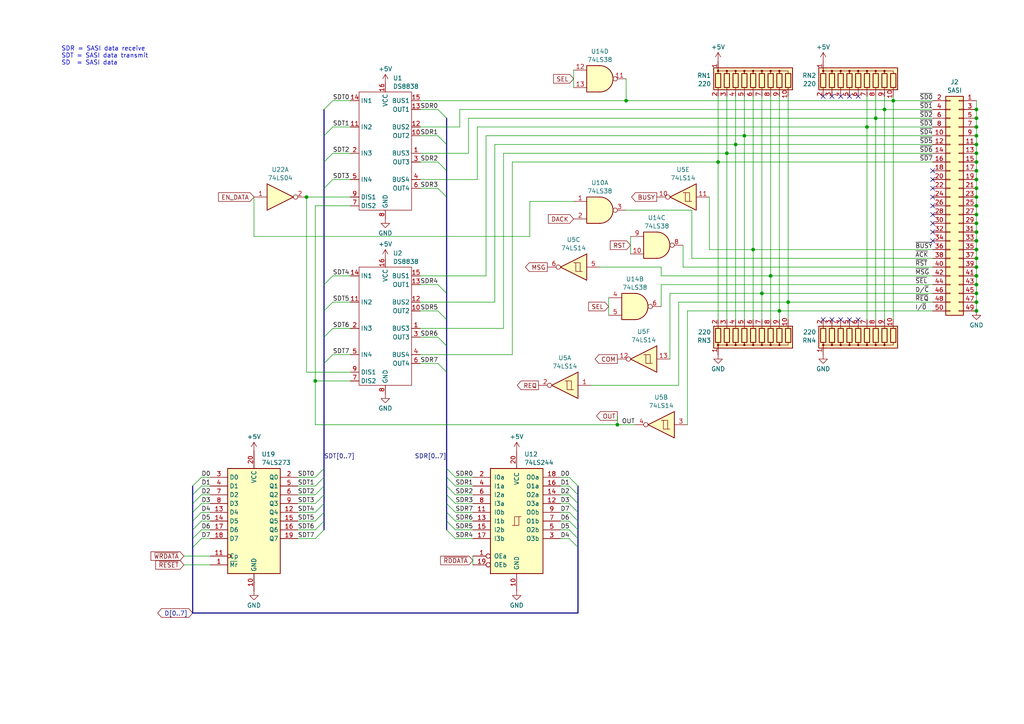
<source format=kicad_sch>
(kicad_sch (version 20230121) (generator eeschema)
  (paper "A4")
  (title_block (title "Iskra Delta Partner SASI Adapter 046 700 134") (date "2023-08-23") (rev "1") (company "Jernej Jakob <jernej.jakob@gmail.com>") (comment 1 "reverse engineered by hand"))
  (lib_symbols
    (symbol "74xx:74LS04"
      (property "Reference" "U" (at 0 1.27 0))
      (property "Value" "74LS04" (at 0 -1.27 0))
      (symbol "74LS04_1_0"
        (pin input line (at -7.62 0 0) (length 3.81) (name "~") (number "1"))
        (pin output inverted (at 7.62 0 180) (length 3.81) (name "~") (number "2"))
      )
      (symbol "74LS04_2_0"
        (pin input line (at -7.62 0 0) (length 3.81) (name "~") (number "3"))
        (pin output inverted (at 7.62 0 180) (length 3.81) (name "~") (number "4"))
      )
      (symbol "74LS04_3_0"
        (pin input line (at -7.62 0 0) (length 3.81) (name "~") (number "5"))
        (pin output inverted (at 7.62 0 180) (length 3.81) (name "~") (number "6"))
      )
      (symbol "74LS04_4_0"
        (pin output inverted (at 7.62 0 180) (length 3.81) (name "~") (number "8"))
        (pin input line (at -7.62 0 0) (length 3.81) (name "~") (number "9"))
      )
      (symbol "74LS04_5_0"
        (pin output inverted (at 7.62 0 180) (length 3.81) (name "~") (number "10"))
        (pin input line (at -7.62 0 0) (length 3.81) (name "~") (number "11"))
      )
      (symbol "74LS04_6_0"
        (pin output inverted (at 7.62 0 180) (length 3.81) (name "~") (number "12"))
        (pin input line (at -7.62 0 0) (length 3.81) (name "~") (number "13"))
      )
      (symbol "74LS04_7_0"
        (pin power_in line (at 0 12.7 270) (length 5.08) (name "VCC") (number "14"))
        (pin power_in line (at 0 -12.7 90) (length 5.08) (name "GND") (number "7"))
      )
    )
    (symbol "74xx:74LS14" (pin_names (offset 1.016))
      (property "Reference" "U" (at 0 1.27 0))
      (property "Value" "74LS14" (at 0 -1.27 0))
      (symbol "74LS14_1_0"
        (pin input line (at -7.62 0 0) (length 3.81) (name "~") (number "1"))
        (pin output inverted (at 7.62 0 180) (length 3.81) (name "~") (number "2"))
      )
      (symbol "74LS14_2_0"
        (pin input line (at -7.62 0 0) (length 3.81) (name "~") (number "3"))
        (pin output inverted (at 7.62 0 180) (length 3.81) (name "~") (number "4"))
      )
      (symbol "74LS14_3_0"
        (pin input line (at -7.62 0 0) (length 3.81) (name "~") (number "5"))
        (pin output inverted (at 7.62 0 180) (length 3.81) (name "~") (number "6"))
      )
      (symbol "74LS14_4_0"
        (pin output inverted (at 7.62 0 180) (length 3.81) (name "~") (number "8"))
        (pin input line (at -7.62 0 0) (length 3.81) (name "~") (number "9"))
      )
      (symbol "74LS14_5_0"
        (pin output inverted (at 7.62 0 180) (length 3.81) (name "~") (number "10"))
        (pin input line (at -7.62 0 0) (length 3.81) (name "~") (number "11"))
      )
      (symbol "74LS14_6_0"
        (pin output inverted (at 7.62 0 180) (length 3.81) (name "~") (number "12"))
        (pin input line (at -7.62 0 0) (length 3.81) (name "~") (number "13"))
      )
      (symbol "74LS14_7_0"
        (pin power_in line (at 0 12.7 270) (length 5.08) (name "VCC") (number "14"))
        (pin power_in line (at 0 -12.7 90) (length 5.08) (name "GND") (number "7"))
      )
    )
    (symbol "74xx:74LS244" (pin_names (offset 1.016))
      (property "Reference" "U" (at -7.62 16.51 0))
      (property "Value" "74LS244" (at -7.62 -16.51 0))
      (symbol "74LS244_1_0"
        (pin input inverted (at -12.7 -10.16 0) (length 5.08) (name "OEa") (number "1"))
        (pin power_in line (at 0 -20.32 90) (length 5.08) (name "GND") (number "10"))
        (pin input line (at -12.7 2.54 0) (length 5.08) (name "I0b") (number "11"))
        (pin tri_state line (at 12.7 5.08 180) (length 5.08) (name "O3a") (number "12"))
        (pin input line (at -12.7 0 0) (length 5.08) (name "I1b") (number "13"))
        (pin tri_state line (at 12.7 7.62 180) (length 5.08) (name "O2a") (number "14"))
        (pin input line (at -12.7 -2.54 0) (length 5.08) (name "I2b") (number "15"))
        (pin tri_state line (at 12.7 10.16 180) (length 5.08) (name "O1a") (number "16"))
        (pin input line (at -12.7 -5.08 0) (length 5.08) (name "I3b") (number "17"))
        (pin tri_state line (at 12.7 12.7 180) (length 5.08) (name "O0a") (number "18"))
        (pin input inverted (at -12.7 -12.7 0) (length 5.08) (name "OEb") (number "19"))
        (pin input line (at -12.7 12.7 0) (length 5.08) (name "I0a") (number "2"))
        (pin power_in line (at 0 20.32 270) (length 5.08) (name "VCC") (number "20"))
        (pin tri_state line (at 12.7 -5.08 180) (length 5.08) (name "O3b") (number "3"))
        (pin input line (at -12.7 10.16 0) (length 5.08) (name "I1a") (number "4"))
        (pin tri_state line (at 12.7 -2.54 180) (length 5.08) (name "O2b") (number "5"))
        (pin input line (at -12.7 7.62 0) (length 5.08) (name "I2a") (number "6"))
        (pin tri_state line (at 12.7 0 180) (length 5.08) (name "O1b") (number "7"))
        (pin input line (at -12.7 5.08 0) (length 5.08) (name "I3a") (number "8"))
        (pin tri_state line (at 12.7 2.54 180) (length 5.08) (name "O0b") (number "9"))
      )
    )
    (symbol "74xx:74LS273"
      (property "Reference" "U" (at -7.62 16.51 0))
      (property "Value" "74LS273" (at -7.62 -16.51 0))
      (symbol "74LS273_1_0"
        (pin input line (at -12.7 -12.7 0) (length 5.08) (name "~{Mr}") (number "1"))
        (pin power_in line (at 0 -20.32 90) (length 5.08) (name "GND") (number "10"))
        (pin input clock (at -12.7 -10.16 0) (length 5.08) (name "Cp") (number "11"))
        (pin output line (at 12.7 2.54 180) (length 5.08) (name "Q4") (number "12"))
        (pin input line (at -12.7 2.54 0) (length 5.08) (name "D4") (number "13"))
        (pin input line (at -12.7 0 0) (length 5.08) (name "D5") (number "14"))
        (pin output line (at 12.7 0 180) (length 5.08) (name "Q5") (number "15"))
        (pin output line (at 12.7 -2.54 180) (length 5.08) (name "Q6") (number "16"))
        (pin input line (at -12.7 -2.54 0) (length 5.08) (name "D6") (number "17"))
        (pin input line (at -12.7 -5.08 0) (length 5.08) (name "D7") (number "18"))
        (pin output line (at 12.7 -5.08 180) (length 5.08) (name "Q7") (number "19"))
        (pin output line (at 12.7 12.7 180) (length 5.08) (name "Q0") (number "2"))
        (pin power_in line (at 0 20.32 270) (length 5.08) (name "VCC") (number "20"))
        (pin input line (at -12.7 12.7 0) (length 5.08) (name "D0") (number "3"))
        (pin input line (at -12.7 10.16 0) (length 5.08) (name "D1") (number "4"))
        (pin output line (at 12.7 10.16 180) (length 5.08) (name "Q1") (number "5"))
        (pin output line (at 12.7 7.62 180) (length 5.08) (name "Q2") (number "6"))
        (pin input line (at -12.7 7.62 0) (length 5.08) (name "D2") (number "7"))
        (pin input line (at -12.7 5.08 0) (length 5.08) (name "D3") (number "8"))
        (pin output line (at 12.7 5.08 180) (length 5.08) (name "Q3") (number "9"))
      )
    )
    (symbol "74xx:74LS38" (pin_names (offset 1.016))
      (property "Reference" "U" (at 0 1.27 0))
      (property "Value" "74LS38" (at 0 -1.27 0))
      (symbol "74LS38_1_1"
        (pin input line (at -7.62 2.54 0) (length 3.81) (name "~") (number "1"))
        (pin input line (at -7.62 -2.54 0) (length 3.81) (name "~") (number "2"))
        (pin open_collector inverted (at 7.62 0 180) (length 3.81) (name "~") (number "3"))
      )
      (symbol "74LS38_1_2"
        (pin input inverted (at -7.62 2.54 0) (length 4.318) (name "~") (number "1"))
        (pin input inverted (at -7.62 -2.54 0) (length 4.318) (name "~") (number "2"))
        (pin open_collector line (at 7.62 0 180) (length 3.81) (name "~") (number "3"))
      )
      (symbol "74LS38_2_1"
        (pin input line (at -7.62 2.54 0) (length 3.81) (name "~") (number "4"))
        (pin input line (at -7.62 -2.54 0) (length 3.81) (name "~") (number "5"))
        (pin open_collector inverted (at 7.62 0 180) (length 3.81) (name "~") (number "6"))
      )
      (symbol "74LS38_2_2"
        (pin input inverted (at -7.62 2.54 0) (length 4.318) (name "~") (number "4"))
        (pin input inverted (at -7.62 -2.54 0) (length 4.318) (name "~") (number "5"))
        (pin open_collector line (at 7.62 0 180) (length 3.81) (name "~") (number "6"))
      )
      (symbol "74LS38_3_1"
        (pin input line (at -7.62 -2.54 0) (length 3.81) (name "~") (number "10"))
        (pin open_collector inverted (at 7.62 0 180) (length 3.81) (name "~") (number "8"))
        (pin input line (at -7.62 2.54 0) (length 3.81) (name "~") (number "9"))
      )
      (symbol "74LS38_3_2"
        (pin input inverted (at -7.62 -2.54 0) (length 4.318) (name "~") (number "10"))
        (pin open_collector line (at 7.62 0 180) (length 3.81) (name "~") (number "8"))
        (pin input inverted (at -7.62 2.54 0) (length 4.318) (name "~") (number "9"))
      )
      (symbol "74LS38_4_1"
        (pin open_collector inverted (at 7.62 0 180) (length 3.81) (name "~") (number "11"))
        (pin input line (at -7.62 2.54 0) (length 3.81) (name "~") (number "12"))
        (pin input line (at -7.62 -2.54 0) (length 3.81) (name "~") (number "13"))
      )
      (symbol "74LS38_4_2"
        (pin open_collector line (at 7.62 0 180) (length 3.81) (name "~") (number "11"))
        (pin input inverted (at -7.62 2.54 0) (length 4.318) (name "~") (number "12"))
        (pin input inverted (at -7.62 -2.54 0) (length 4.318) (name "~") (number "13"))
      )
      (symbol "74LS38_5_0"
        (pin power_in line (at 0 12.7 270) (length 5.08) (name "VCC") (number "14"))
        (pin power_in line (at 0 -12.7 90) (length 5.08) (name "GND") (number "7"))
      )
    )
    (symbol "Connector_Generic:Conn_02x25_Odd_Even" (pin_names (offset 1.016) hide)
      (property "Reference" "J" (at 1.27 33.02 0))
      (property "Value" "Conn_02x25_Odd_Even" (at 1.27 -33.02 0))
      (symbol "Conn_02x25_Odd_Even_1_1"
        (pin passive line (at -5.08 30.48 0) (length 3.81) (name "Pin_1") (number "1"))
        (pin passive line (at 7.62 20.32 180) (length 3.81) (name "Pin_10") (number "10"))
        (pin passive line (at -5.08 17.78 0) (length 3.81) (name "Pin_11") (number "11"))
        (pin passive line (at 7.62 17.78 180) (length 3.81) (name "Pin_12") (number "12"))
        (pin passive line (at -5.08 15.24 0) (length 3.81) (name "Pin_13") (number "13"))
        (pin passive line (at 7.62 15.24 180) (length 3.81) (name "Pin_14") (number "14"))
        (pin passive line (at -5.08 12.7 0) (length 3.81) (name "Pin_15") (number "15"))
        (pin passive line (at 7.62 12.7 180) (length 3.81) (name "Pin_16") (number "16"))
        (pin passive line (at -5.08 10.16 0) (length 3.81) (name "Pin_17") (number "17"))
        (pin passive line (at 7.62 10.16 180) (length 3.81) (name "Pin_18") (number "18"))
        (pin passive line (at -5.08 7.62 0) (length 3.81) (name "Pin_19") (number "19"))
        (pin passive line (at 7.62 30.48 180) (length 3.81) (name "Pin_2") (number "2"))
        (pin passive line (at 7.62 7.62 180) (length 3.81) (name "Pin_20") (number "20"))
        (pin passive line (at -5.08 5.08 0) (length 3.81) (name "Pin_21") (number "21"))
        (pin passive line (at 7.62 5.08 180) (length 3.81) (name "Pin_22") (number "22"))
        (pin passive line (at -5.08 2.54 0) (length 3.81) (name "Pin_23") (number "23"))
        (pin passive line (at 7.62 2.54 180) (length 3.81) (name "Pin_24") (number "24"))
        (pin passive line (at -5.08 0 0) (length 3.81) (name "Pin_25") (number "25"))
        (pin passive line (at 7.62 0 180) (length 3.81) (name "Pin_26") (number "26"))
        (pin passive line (at -5.08 -2.54 0) (length 3.81) (name "Pin_27") (number "27"))
        (pin passive line (at 7.62 -2.54 180) (length 3.81) (name "Pin_28") (number "28"))
        (pin passive line (at -5.08 -5.08 0) (length 3.81) (name "Pin_29") (number "29"))
        (pin passive line (at -5.08 27.94 0) (length 3.81) (name "Pin_3") (number "3"))
        (pin passive line (at 7.62 -5.08 180) (length 3.81) (name "Pin_30") (number "30"))
        (pin passive line (at -5.08 -7.62 0) (length 3.81) (name "Pin_31") (number "31"))
        (pin passive line (at 7.62 -7.62 180) (length 3.81) (name "Pin_32") (number "32"))
        (pin passive line (at -5.08 -10.16 0) (length 3.81) (name "Pin_33") (number "33"))
        (pin passive line (at 7.62 -10.16 180) (length 3.81) (name "Pin_34") (number "34"))
        (pin passive line (at -5.08 -12.7 0) (length 3.81) (name "Pin_35") (number "35"))
        (pin passive line (at 7.62 -12.7 180) (length 3.81) (name "Pin_36") (number "36"))
        (pin passive line (at -5.08 -15.24 0) (length 3.81) (name "Pin_37") (number "37"))
        (pin passive line (at 7.62 -15.24 180) (length 3.81) (name "Pin_38") (number "38"))
        (pin passive line (at -5.08 -17.78 0) (length 3.81) (name "Pin_39") (number "39"))
        (pin passive line (at 7.62 27.94 180) (length 3.81) (name "Pin_4") (number "4"))
        (pin passive line (at 7.62 -17.78 180) (length 3.81) (name "Pin_40") (number "40"))
        (pin passive line (at -5.08 -20.32 0) (length 3.81) (name "Pin_41") (number "41"))
        (pin passive line (at 7.62 -20.32 180) (length 3.81) (name "Pin_42") (number "42"))
        (pin passive line (at -5.08 -22.86 0) (length 3.81) (name "Pin_43") (number "43"))
        (pin passive line (at 7.62 -22.86 180) (length 3.81) (name "Pin_44") (number "44"))
        (pin passive line (at -5.08 -25.4 0) (length 3.81) (name "Pin_45") (number "45"))
        (pin passive line (at 7.62 -25.4 180) (length 3.81) (name "Pin_46") (number "46"))
        (pin passive line (at -5.08 -27.94 0) (length 3.81) (name "Pin_47") (number "47"))
        (pin passive line (at 7.62 -27.94 180) (length 3.81) (name "Pin_48") (number "48"))
        (pin passive line (at -5.08 -30.48 0) (length 3.81) (name "Pin_49") (number "49"))
        (pin passive line (at -5.08 25.4 0) (length 3.81) (name "Pin_5") (number "5"))
        (pin passive line (at 7.62 -30.48 180) (length 3.81) (name "Pin_50") (number "50"))
        (pin passive line (at 7.62 25.4 180) (length 3.81) (name "Pin_6") (number "6"))
        (pin passive line (at -5.08 22.86 0) (length 3.81) (name "Pin_7") (number "7"))
        (pin passive line (at 7.62 22.86 180) (length 3.81) (name "Pin_8") (number "8"))
        (pin passive line (at -5.08 20.32 0) (length 3.81) (name "Pin_9") (number "9"))
      )
    )
    (symbol "DS8838:DS8838"
      (property "Reference" "U" (at 0 0 0))
      (property "Value" "DS8838" (at 0 0 0))
      (symbol "DS8838_1_1"
        (pin open_collector line (at 10.16 -1.27 180) (length 2.54) (name "BUS3") (number "1"))
        (pin output line (at 10.16 3.81 180) (length 2.54) (name "OUT2") (number "10"))
        (pin input line (at -10.16 6.35 0) (length 2.54) (name "IN2") (number "11"))
        (pin open_collector line (at 10.16 6.35 180) (length 2.54) (name "BUS2") (number "12"))
        (pin output line (at 10.16 11.43 180) (length 2.54) (name "OUT1") (number "13"))
        (pin input line (at -10.16 13.97 0) (length 2.54) (name "IN1") (number "14"))
        (pin open_collector line (at 10.16 13.97 180) (length 2.54) (name "BUS1") (number "15"))
        (pin power_in line (at 0 19.05 270) (length 2.54) (name "VCC") (number "16"))
        (pin input line (at -10.16 -1.27 0) (length 2.54) (name "IN3") (number "2"))
        (pin output line (at 10.16 -3.81 180) (length 2.54) (name "OUT3") (number "3"))
        (pin open_collector line (at 10.16 -8.89 180) (length 2.54) (name "BUS4") (number "4"))
        (pin input line (at -10.16 -8.89 0) (length 2.54) (name "IN4") (number "5"))
        (pin output line (at 10.16 -11.43 180) (length 2.54) (name "OUT4") (number "6"))
        (pin input line (at -10.16 -16.51 0) (length 2.54) (name "DIS2") (number "7"))
        (pin power_in line (at 0 -20.32 90) (length 2.54) (name "GND") (number "8"))
        (pin input line (at -10.16 -13.97 0) (length 2.54) (name "DIS1") (number "9"))
      )
    )
    (symbol "Device:R_Network09" (pin_names (offset 0) hide)
      (property "Reference" "RN" (at -12.7 0 90))
      (property "Value" "R_Network09" (at 12.7 0 90))
      (symbol "R_Network09_1_1"
        (pin passive line (at -10.16 5.08 270) (length 2.54) (name "common") (number "1"))
        (pin passive line (at 10.16 -5.08 90) (length 1.27) (name "R9") (number "10"))
        (pin passive line (at -10.16 -5.08 90) (length 1.27) (name "R1") (number "2"))
        (pin passive line (at -7.62 -5.08 90) (length 1.27) (name "R2") (number "3"))
        (pin passive line (at -5.08 -5.08 90) (length 1.27) (name "R3") (number "4"))
        (pin passive line (at -2.54 -5.08 90) (length 1.27) (name "R4") (number "5"))
        (pin passive line (at 0 -5.08 90) (length 1.27) (name "R5") (number "6"))
        (pin passive line (at 2.54 -5.08 90) (length 1.27) (name "R6") (number "7"))
        (pin passive line (at 5.08 -5.08 90) (length 1.27) (name "R7") (number "8"))
        (pin passive line (at 7.62 -5.08 90) (length 1.27) (name "R8") (number "9"))
      )
    )
    (symbol "power:+5V" (power) (pin_names (offset 0))
      (property "Value" "+5V" (at 0 3.556 0))
      (symbol "+5V_1_1"
        (pin power_in line (at 0 0 90) (length 0) hide (name "+5V") (number "1"))
      )
    )
    (symbol "power:GND" (power) (pin_names (offset 0))
      (property "Value" "GND" (at 0 -3.81 0))
      (symbol "GND_1_1"
        (pin power_in line (at 0 0 270) (length 0) hide (name "GND") (number "1"))
      )
    )
  )
  (junction (at 254 34.29))
  (junction (at 283.21 69.85))
  (junction (at 283.21 72.39))
  (junction (at 208.28 46.99))
  (junction (at 226.06 90.17))
  (junction (at 283.21 59.69))
  (junction (at 179.07 123.19))
  (junction (at 283.21 49.53))
  (junction (at 283.21 90.17))
  (junction (at 283.21 31.75))
  (junction (at 283.21 87.63))
  (junction (at 259.08 29.21))
  (junction (at 223.52 80.01))
  (junction (at 228.6 87.63))
  (junction (at 283.21 44.45))
  (junction (at 181.61 29.21))
  (junction (at 283.21 82.55))
  (junction (at 283.21 67.31))
  (junction (at 283.21 54.61))
  (junction (at 283.21 52.07))
  (junction (at 283.21 80.01))
  (junction (at 283.21 85.09))
  (junction (at 283.21 39.37))
  (junction (at 251.46 36.83))
  (junction (at 283.21 46.99))
  (junction (at 283.21 41.91))
  (junction (at 283.21 36.83))
  (junction (at 283.21 64.77))
  (junction (at 283.21 57.15))
  (junction (at 218.44 72.39))
  (junction (at 283.21 74.93))
  (junction (at 88.9 57.15))
  (junction (at 215.9 39.37))
  (junction (at 283.21 34.29))
  (junction (at 283.21 62.23))
  (junction (at 213.36 41.91))
  (junction (at 210.82 44.45))
  (junction (at 256.54 31.75))
  (junction (at 91.44 110.49))
  (junction (at 283.21 77.47))
  (junction (at 220.98 85.09))
  (no_connect (at 243.84 27.94))
  (no_connect (at 270.51 49.53))
  (no_connect (at 246.38 92.71))
  (no_connect (at 241.3 27.94))
  (no_connect (at 248.92 27.94))
  (no_connect (at 238.76 92.71))
  (no_connect (at 270.51 62.23))
  (no_connect (at 270.51 69.85))
  (no_connect (at 270.51 52.07))
  (no_connect (at 270.51 64.77))
  (no_connect (at 270.51 67.31))
  (no_connect (at 248.92 92.71))
  (no_connect (at 270.51 57.15))
  (no_connect (at 270.51 54.61))
  (no_connect (at 243.84 92.71))
  (no_connect (at 241.3 92.71))
  (no_connect (at 270.51 59.69))
  (no_connect (at 238.76 27.94))
  (no_connect (at 246.38 27.94))
  (bus_entry (at 165.1 140.97) (size 2.54 2.54))
  (bus_entry (at 127 54.61) (size 2.54 2.54))
  (bus_entry (at 58.42 143.51) (size -2.54 2.54))
  (bus_entry (at 129.54 143.51) (size 2.54 2.54))
  (bus_entry (at 96.52 87.63) (size -2.54 2.54))
  (bus_entry (at 58.42 153.67) (size -2.54 2.54))
  (bus_entry (at 129.54 138.43) (size 2.54 2.54))
  (bus_entry (at 165.1 143.51) (size 2.54 2.54))
  (bus_entry (at 129.54 151.13) (size 2.54 2.54))
  (bus_entry (at 58.42 151.13) (size -2.54 2.54))
  (bus_entry (at 127 31.75) (size 2.54 2.54))
  (bus_entry (at 165.1 156.21) (size 2.54 2.54))
  (bus_entry (at 93.98 151.13) (size -2.54 2.54))
  (bus_entry (at 58.42 138.43) (size -2.54 2.54))
  (bus_entry (at 96.52 95.25) (size -2.54 2.54))
  (bus_entry (at 93.98 140.97) (size -2.54 2.54))
  (bus_entry (at 93.98 143.51) (size -2.54 2.54))
  (bus_entry (at 58.42 156.21) (size -2.54 2.54))
  (bus_entry (at 129.54 135.89) (size 2.54 2.54))
  (bus_entry (at 96.52 36.83) (size -2.54 2.54))
  (bus_entry (at 165.1 146.05) (size 2.54 2.54))
  (bus_entry (at 96.52 52.07) (size -2.54 2.54))
  (bus_entry (at 165.1 138.43) (size 2.54 2.54))
  (bus_entry (at 129.54 146.05) (size 2.54 2.54))
  (bus_entry (at 58.42 140.97) (size -2.54 2.54))
  (bus_entry (at 96.52 80.01) (size -2.54 2.54))
  (bus_entry (at 129.54 148.59) (size 2.54 2.54))
  (bus_entry (at 127 105.41) (size 2.54 2.54))
  (bus_entry (at 127 82.55) (size 2.54 2.54))
  (bus_entry (at 58.42 146.05) (size -2.54 2.54))
  (bus_entry (at 127 46.99) (size 2.54 2.54))
  (bus_entry (at 93.98 135.89) (size -2.54 2.54))
  (bus_entry (at 165.1 148.59) (size 2.54 2.54))
  (bus_entry (at 93.98 148.59) (size -2.54 2.54))
  (bus_entry (at 127 90.17) (size 2.54 2.54))
  (bus_entry (at 127 39.37) (size 2.54 2.54))
  (bus_entry (at 127 97.79) (size 2.54 2.54))
  (bus_entry (at 96.52 29.21) (size -2.54 2.54))
  (bus_entry (at 96.52 102.87) (size -2.54 2.54))
  (bus_entry (at 58.42 148.59) (size -2.54 2.54))
  (bus_entry (at 129.54 140.97) (size 2.54 2.54))
  (bus_entry (at 93.98 138.43) (size -2.54 2.54))
  (bus_entry (at 165.1 151.13) (size 2.54 2.54))
  (bus_entry (at 129.54 153.67) (size 2.54 2.54))
  (bus_entry (at 93.98 153.67) (size -2.54 2.54))
  (bus_entry (at 93.98 146.05) (size -2.54 2.54))
  (bus_entry (at 96.52 44.45) (size -2.54 2.54))
  (bus_entry (at 165.1 153.67) (size 2.54 2.54))
  (wire (pts (xy 91.44 123.19) (xy 91.44 110.49)))
  (bus (pts (xy 129.54 34.29) (xy 129.54 41.91)))
  (wire (pts (xy 283.21 80.01) (xy 283.21 82.55)))
  (wire (pts (xy 53.34 163.83) (xy 60.96 163.83)))
  (wire (pts (xy 132.08 143.51) (xy 137.16 143.51)))
  (wire (pts (xy 208.28 46.99) (xy 208.28 92.71)))
  (wire (pts (xy 181.61 22.86) (xy 181.61 29.21)))
  (wire (pts (xy 91.44 59.69) (xy 91.44 110.49)))
  (wire (pts (xy 121.92 52.07) (xy 138.43 52.07)))
  (wire (pts (xy 283.21 31.75) (xy 283.21 34.29)))
  (wire (pts (xy 132.08 156.21) (xy 137.16 156.21)))
  (wire (pts (xy 283.21 54.61) (xy 283.21 57.15)))
  (wire (pts (xy 96.52 52.07) (xy 101.6 52.07)))
  (wire (pts (xy 259.08 92.71) (xy 259.08 29.21)))
  (wire (pts (xy 137.16 161.29) (xy 137.16 163.83)))
  (wire (pts (xy 121.92 44.45) (xy 135.89 44.45)))
  (wire (pts (xy 283.21 39.37) (xy 283.21 41.91)))
  (bus (pts (xy 167.64 143.51) (xy 167.64 146.05)))
  (wire (pts (xy 283.21 59.69) (xy 283.21 62.23)))
  (wire (pts (xy 251.46 92.71) (xy 251.46 36.83)))
  (wire (pts (xy 213.36 27.94) (xy 213.36 41.91)))
  (wire (pts (xy 58.42 153.67) (xy 60.96 153.67)))
  (wire (pts (xy 283.21 85.09) (xy 283.21 87.63)))
  (wire (pts (xy 259.08 29.21) (xy 259.08 27.94)))
  (wire (pts (xy 179.07 120.65) (xy 179.07 123.19)))
  (wire (pts (xy 58.42 138.43) (xy 60.96 138.43)))
  (wire (pts (xy 218.44 27.94) (xy 218.44 72.39)))
  (wire (pts (xy 198.12 77.47) (xy 270.51 77.47)))
  (bus (pts (xy 129.54 107.95) (xy 129.54 135.89)))
  (wire (pts (xy 220.98 27.94) (xy 220.98 85.09)))
  (wire (pts (xy 181.61 29.21) (xy 259.08 29.21)))
  (bus (pts (xy 55.88 148.59) (xy 55.88 151.13)))
  (wire (pts (xy 127 90.17) (xy 121.92 90.17)))
  (wire (pts (xy 283.21 57.15) (xy 283.21 59.69)))
  (wire (pts (xy 256.54 31.75) (xy 256.54 92.71)))
  (wire (pts (xy 283.21 29.21) (xy 283.21 31.75)))
  (bus (pts (xy 129.54 57.15) (xy 129.54 85.09)))
  (bus (pts (xy 129.54 146.05) (xy 129.54 148.59)))
  (bus (pts (xy 93.98 97.79) (xy 93.98 105.41)))
  (bus (pts (xy 93.98 148.59) (xy 93.98 151.13)))
  (wire (pts (xy 215.9 39.37) (xy 270.51 39.37)))
  (wire (pts (xy 91.44 123.19) (xy 179.07 123.19)))
  (wire (pts (xy 132.08 140.97) (xy 137.16 140.97)))
  (bus (pts (xy 93.98 105.41) (xy 93.98 135.89)))
  (wire (pts (xy 283.21 77.47) (xy 283.21 80.01)))
  (wire (pts (xy 58.42 151.13) (xy 60.96 151.13)))
  (bus (pts (xy 93.98 138.43) (xy 93.98 140.97)))
  (wire (pts (xy 215.9 39.37) (xy 215.9 92.71)))
  (wire (pts (xy 210.82 44.45) (xy 270.51 44.45)))
  (wire (pts (xy 162.56 153.67) (xy 165.1 153.67)))
  (wire (pts (xy 53.34 161.29) (xy 60.96 161.29)))
  (wire (pts (xy 86.36 151.13) (xy 91.44 151.13)))
  (wire (pts (xy 96.52 80.01) (xy 101.6 80.01)))
  (wire (pts (xy 196.85 111.76) (xy 171.45 111.76)))
  (wire (pts (xy 86.36 138.43) (xy 91.44 138.43)))
  (wire (pts (xy 270.51 41.91) (xy 213.36 41.91)))
  (wire (pts (xy 132.08 146.05) (xy 137.16 146.05)))
  (wire (pts (xy 228.6 87.63) (xy 228.6 92.71)))
  (bus (pts (xy 129.54 92.71) (xy 129.54 100.33)))
  (bus (pts (xy 55.88 143.51) (xy 55.88 146.05)))
  (wire (pts (xy 140.97 80.01) (xy 140.97 39.37)))
  (wire (pts (xy 220.98 85.09) (xy 270.51 85.09)))
  (wire (pts (xy 162.56 156.21) (xy 165.1 156.21)))
  (wire (pts (xy 270.51 74.93) (xy 200.66 74.93)))
  (bus (pts (xy 93.98 135.89) (xy 93.98 138.43)))
  (wire (pts (xy 121.92 102.87) (xy 148.59 102.87)))
  (wire (pts (xy 179.07 123.19) (xy 184.15 123.19)))
  (wire (pts (xy 73.66 57.15) (xy 73.66 68.58)))
  (wire (pts (xy 166.37 20.32) (xy 166.37 25.4)))
  (wire (pts (xy 208.28 27.94) (xy 208.28 46.99)))
  (wire (pts (xy 162.56 146.05) (xy 165.1 146.05)))
  (wire (pts (xy 259.08 29.21) (xy 270.51 29.21)))
  (wire (pts (xy 135.89 44.45) (xy 135.89 34.29)))
  (wire (pts (xy 210.82 27.94) (xy 210.82 44.45)))
  (wire (pts (xy 223.52 80.01) (xy 270.51 80.01)))
  (bus (pts (xy 93.98 146.05) (xy 93.98 148.59)))
  (wire (pts (xy 226.06 27.94) (xy 226.06 90.17)))
  (wire (pts (xy 283.21 64.77) (xy 283.21 67.31)))
  (wire (pts (xy 146.05 44.45) (xy 210.82 44.45)))
  (wire (pts (xy 86.36 143.51) (xy 91.44 143.51)))
  (wire (pts (xy 132.08 148.59) (xy 137.16 148.59)))
  (wire (pts (xy 127 97.79) (xy 121.92 97.79)))
  (wire (pts (xy 143.51 41.91) (xy 213.36 41.91)))
  (bus (pts (xy 93.98 151.13) (xy 93.98 153.67)))
  (wire (pts (xy 251.46 36.83) (xy 270.51 36.83)))
  (wire (pts (xy 162.56 143.51) (xy 165.1 143.51)))
  (wire (pts (xy 283.21 41.91) (xy 283.21 44.45)))
  (wire (pts (xy 121.92 36.83) (xy 133.35 36.83)))
  (wire (pts (xy 251.46 36.83) (xy 251.46 27.94)))
  (wire (pts (xy 86.36 148.59) (xy 91.44 148.59)))
  (bus (pts (xy 167.64 153.67) (xy 167.64 156.21)))
  (bus (pts (xy 167.64 148.59) (xy 167.64 151.13)))
  (wire (pts (xy 226.06 90.17) (xy 270.51 90.17)))
  (wire (pts (xy 153.67 58.42) (xy 166.37 58.42)))
  (wire (pts (xy 96.52 87.63) (xy 101.6 87.63)))
  (wire (pts (xy 194.31 104.14) (xy 194.31 85.09)))
  (wire (pts (xy 58.42 146.05) (xy 60.96 146.05)))
  (bus (pts (xy 93.98 143.51) (xy 93.98 146.05)))
  (wire (pts (xy 223.52 80.01) (xy 223.52 92.71)))
  (wire (pts (xy 146.05 95.25) (xy 146.05 44.45)))
  (wire (pts (xy 283.21 36.83) (xy 283.21 39.37)))
  (bus (pts (xy 55.88 156.21) (xy 55.88 158.75)))
  (wire (pts (xy 213.36 41.91) (xy 213.36 92.71)))
  (wire (pts (xy 283.21 87.63) (xy 283.21 90.17)))
  (wire (pts (xy 132.08 151.13) (xy 137.16 151.13)))
  (wire (pts (xy 86.36 153.67) (xy 91.44 153.67)))
  (wire (pts (xy 58.42 156.21) (xy 60.96 156.21)))
  (wire (pts (xy 96.52 44.45) (xy 101.6 44.45)))
  (wire (pts (xy 86.36 156.21) (xy 91.44 156.21)))
  (wire (pts (xy 283.21 34.29) (xy 283.21 36.83)))
  (wire (pts (xy 162.56 138.43) (xy 165.1 138.43)))
  (wire (pts (xy 138.43 36.83) (xy 251.46 36.83)))
  (wire (pts (xy 58.42 148.59) (xy 60.96 148.59)))
  (wire (pts (xy 196.85 87.63) (xy 228.6 87.63)))
  (bus (pts (xy 129.54 138.43) (xy 129.54 140.97)))
  (bus (pts (xy 129.54 148.59) (xy 129.54 151.13)))
  (wire (pts (xy 140.97 39.37) (xy 215.9 39.37)))
  (wire (pts (xy 96.52 29.21) (xy 101.6 29.21)))
  (wire (pts (xy 283.21 46.99) (xy 283.21 49.53)))
  (wire (pts (xy 101.6 107.95) (xy 88.9 107.95)))
  (wire (pts (xy 182.88 68.58) (xy 182.88 73.66)))
  (wire (pts (xy 162.56 151.13) (xy 165.1 151.13)))
  (wire (pts (xy 205.74 57.15) (xy 205.74 72.39)))
  (wire (pts (xy 199.39 90.17) (xy 199.39 123.19)))
  (bus (pts (xy 167.64 158.75) (xy 167.64 177.8)))
  (bus (pts (xy 167.64 156.21) (xy 167.64 158.75)))
  (wire (pts (xy 96.52 36.83) (xy 101.6 36.83)))
  (wire (pts (xy 254 34.29) (xy 254 92.71)))
  (bus (pts (xy 55.88 146.05) (xy 55.88 148.59)))
  (wire (pts (xy 218.44 72.39) (xy 270.51 72.39)))
  (wire (pts (xy 121.92 29.21) (xy 181.61 29.21)))
  (wire (pts (xy 153.67 68.58) (xy 153.67 58.42)))
  (wire (pts (xy 283.21 44.45) (xy 283.21 46.99)))
  (wire (pts (xy 283.21 49.53) (xy 283.21 52.07)))
  (bus (pts (xy 93.98 82.55) (xy 93.98 90.17)))
  (wire (pts (xy 176.53 86.36) (xy 176.53 91.44)))
  (bus (pts (xy 129.54 41.91) (xy 129.54 49.53)))
  (wire (pts (xy 127 31.75) (xy 121.92 31.75)))
  (wire (pts (xy 218.44 72.39) (xy 218.44 92.71)))
  (wire (pts (xy 173.99 77.47) (xy 191.77 77.47)))
  (wire (pts (xy 127 82.55) (xy 121.92 82.55)))
  (bus (pts (xy 129.54 49.53) (xy 129.54 57.15)))
  (bus (pts (xy 55.88 140.97) (xy 55.88 143.51)))
  (wire (pts (xy 283.21 74.93) (xy 283.21 77.47)))
  (bus (pts (xy 93.98 140.97) (xy 93.98 143.51)))
  (bus (pts (xy 167.64 146.05) (xy 167.64 148.59)))
  (wire (pts (xy 191.77 77.47) (xy 191.77 80.01)))
  (wire (pts (xy 138.43 52.07) (xy 138.43 36.83)))
  (wire (pts (xy 91.44 110.49) (xy 101.6 110.49)))
  (wire (pts (xy 121.92 95.25) (xy 146.05 95.25)))
  (wire (pts (xy 283.21 72.39) (xy 283.21 74.93)))
  (wire (pts (xy 162.56 148.59) (xy 165.1 148.59)))
  (wire (pts (xy 194.31 85.09) (xy 220.98 85.09)))
  (bus (pts (xy 93.98 54.61) (xy 93.98 82.55)))
  (bus (pts (xy 129.54 85.09) (xy 129.54 92.71)))
  (wire (pts (xy 88.9 57.15) (xy 101.6 57.15)))
  (wire (pts (xy 254 27.94) (xy 254 34.29)))
  (wire (pts (xy 200.66 60.96) (xy 181.61 60.96)))
  (wire (pts (xy 121.92 80.01) (xy 140.97 80.01)))
  (wire (pts (xy 199.39 90.17) (xy 226.06 90.17)))
  (wire (pts (xy 223.52 27.94) (xy 223.52 80.01)))
  (wire (pts (xy 96.52 102.87) (xy 101.6 102.87)))
  (bus (pts (xy 167.64 151.13) (xy 167.64 153.67)))
  (bus (pts (xy 93.98 46.99) (xy 93.98 54.61)))
  (wire (pts (xy 86.36 140.97) (xy 91.44 140.97)))
  (wire (pts (xy 127 46.99) (xy 121.92 46.99)))
  (wire (pts (xy 58.42 140.97) (xy 60.96 140.97)))
  (wire (pts (xy 148.59 102.87) (xy 148.59 46.99)))
  (wire (pts (xy 283.21 52.07) (xy 283.21 54.61)))
  (wire (pts (xy 148.59 46.99) (xy 208.28 46.99)))
  (wire (pts (xy 205.74 72.39) (xy 218.44 72.39)))
  (wire (pts (xy 283.21 82.55) (xy 283.21 85.09)))
  (bus (pts (xy 55.88 151.13) (xy 55.88 153.67)))
  (wire (pts (xy 191.77 80.01) (xy 223.52 80.01)))
  (wire (pts (xy 226.06 92.71) (xy 226.06 90.17)))
  (wire (pts (xy 215.9 27.94) (xy 215.9 39.37)))
  (wire (pts (xy 196.85 87.63) (xy 196.85 111.76)))
  (bus (pts (xy 129.54 100.33) (xy 129.54 107.95)))
  (bus (pts (xy 55.88 158.75) (xy 55.88 177.8)))
  (wire (pts (xy 210.82 44.45) (xy 210.82 92.71)))
  (wire (pts (xy 101.6 59.69) (xy 91.44 59.69)))
  (wire (pts (xy 254 34.29) (xy 270.51 34.29)))
  (wire (pts (xy 191.77 88.9) (xy 191.77 82.55)))
  (bus (pts (xy 93.98 31.75) (xy 93.98 39.37)))
  (bus (pts (xy 93.98 90.17) (xy 93.98 97.79)))
  (bus (pts (xy 93.98 39.37) (xy 93.98 46.99)))
  (wire (pts (xy 256.54 27.94) (xy 256.54 31.75)))
  (bus (pts (xy 55.88 153.67) (xy 55.88 156.21)))
  (wire (pts (xy 132.08 138.43) (xy 137.16 138.43)))
  (wire (pts (xy 86.36 146.05) (xy 91.44 146.05)))
  (bus (pts (xy 167.64 140.97) (xy 167.64 143.51)))
  (wire (pts (xy 121.92 87.63) (xy 143.51 87.63)))
  (wire (pts (xy 283.21 67.31) (xy 283.21 69.85)))
  (bus (pts (xy 129.54 135.89) (xy 129.54 138.43)))
  (wire (pts (xy 121.92 105.41) (xy 127 105.41)))
  (wire (pts (xy 283.21 69.85) (xy 283.21 72.39)))
  (wire (pts (xy 256.54 31.75) (xy 270.51 31.75)))
  (wire (pts (xy 200.66 74.93) (xy 200.66 60.96)))
  (wire (pts (xy 228.6 27.94) (xy 228.6 87.63)))
  (bus (pts (xy 129.54 140.97) (xy 129.54 143.51)))
  (wire (pts (xy 132.08 153.67) (xy 137.16 153.67)))
  (bus (pts (xy 129.54 143.51) (xy 129.54 146.05)))
  (wire (pts (xy 133.35 36.83) (xy 133.35 31.75)))
  (wire (pts (xy 208.28 46.99) (xy 270.51 46.99)))
  (wire (pts (xy 96.52 95.25) (xy 101.6 95.25)))
  (wire (pts (xy 127 39.37) (xy 121.92 39.37)))
  (bus (pts (xy 129.54 151.13) (xy 129.54 153.67)))
  (wire (pts (xy 198.12 71.12) (xy 198.12 77.47)))
  (wire (pts (xy 162.56 140.97) (xy 165.1 140.97)))
  (wire (pts (xy 127 54.61) (xy 121.92 54.61)))
  (wire (pts (xy 228.6 87.63) (xy 270.51 87.63)))
  (bus (pts (xy 167.64 177.8) (xy 55.88 177.8)))
  (wire (pts (xy 73.66 68.58) (xy 153.67 68.58)))
  (wire (pts (xy 143.51 87.63) (xy 143.51 41.91)))
  (wire (pts (xy 283.21 62.23) (xy 283.21 64.77)))
  (wire (pts (xy 220.98 85.09) (xy 220.98 92.71)))
  (wire (pts (xy 191.77 82.55) (xy 270.51 82.55)))
  (wire (pts (xy 135.89 34.29) (xy 254 34.29)))
  (wire (pts (xy 88.9 107.95) (xy 88.9 57.15)))
  (wire (pts (xy 133.35 31.75) (xy 256.54 31.75)))
  (wire (pts (xy 58.42 143.51) (xy 60.96 143.51)))
  (text "SDR = SASI data receive\nSDT = SASI data transmit\nSD  = SASI data" (at 17.78 19.05 0) (effects (font (size 1.27 1.27)) (justify left bottom)))
  (label "SDR7" (at 132.08 148.59 0))
  (label "~{SD0}" (at 266.7 29.21 0))
  (label "~{SEL}" (at 265.43 82.55 0))
  (label "~{SD2}" (at 266.7 34.29 0))
  (label "SDT0" (at 86.36 138.43 0))
  (label "SDR5" (at 121.92 90.17 0))
  (label "SDR3" (at 132.08 146.05 0))
  (label "D7" (at 162.56 148.59 0))
  (label "~{SD3}" (at 266.7 36.83 0))
  (label "SDR4" (at 121.92 82.55 0))
  (label "SDT4" (at 96.52 80.01 0))
  (label "SDT7" (at 96.52 102.87 0))
  (label "SDR6" (at 132.08 151.13 0))
  (label "SDT1" (at 86.36 140.97 0))
  (label "D2" (at 162.56 143.51 0))
  (label "~{SD1}" (at 266.7 31.75 0))
  (label "~{SD5}" (at 266.7 41.91 0))
  (label "D2" (at 58.42 143.51 0))
  (label "SDR1" (at 121.92 39.37 0))
  (label "SDT3" (at 86.36 146.05 0))
  (label "D1" (at 162.56 140.97 0))
  (label "D3" (at 58.42 146.05 0))
  (label "SDT7" (at 86.36 156.21 0))
  (label "SDR3" (at 121.92 54.61 0))
  (label "SDR1" (at 132.08 140.97 0))
  (label "I{slash}~{0}" (at 265.43 90.17 0))
  (label "SDT3" (at 96.52 52.07 0))
  (label "SDR0" (at 121.92 31.75 0))
  (label "SDR7" (at 121.92 105.41 0))
  (label "SDT2" (at 96.52 44.45 0))
  (label "D3" (at 162.56 146.05 0))
  (label "~{RST}" (at 265.43 77.47 0))
  (label "SDR4" (at 132.08 156.21 0))
  (label "SDT5" (at 86.36 151.13 0))
  (label "~{REQ}" (at 265.43 87.63 0))
  (label "D5" (at 58.42 151.13 0))
  (label "OUT" (at 180.34 123.19 0))
  (label "D0" (at 58.42 138.43 0))
  (label "SDR5" (at 132.08 153.67 0))
  (label "SDR[0..7]" (at 129.54 133.35 180))
  (label "SDR6" (at 121.92 97.79 0))
  (label "~{SD4}" (at 266.7 39.37 0))
  (label "SDT6" (at 86.36 153.67 0))
  (label "~{ACK}" (at 265.43 74.93 0))
  (label "~{SD7}" (at 266.7 46.99 0))
  (label "~{BUSY}" (at 265.43 72.39 0))
  (label "D4" (at 58.42 148.59 0))
  (label "SDT1" (at 96.52 36.83 0))
  (label "SDT4" (at 86.36 148.59 0))
  (label "SDR0" (at 132.08 138.43 0))
  (label "SDT[0..7]" (at 93.98 133.35 0))
  (label "D4" (at 162.56 156.21 0))
  (label "SDT2" (at 86.36 143.51 0))
  (label "D{slash}~{C}" (at 265.43 85.09 0))
  (label "D6" (at 162.56 151.13 0))
  (label "D5" (at 162.56 153.67 0))
  (label "SDR2" (at 132.08 143.51 0))
  (label "D0" (at 162.56 138.43 0))
  (label "SDR2" (at 121.92 46.99 0))
  (label "SDT5" (at 96.52 87.63 0))
  (label "~{SD6}" (at 266.7 44.45 0))
  (label "D6" (at 58.42 153.67 0))
  (label "D7" (at 58.42 156.21 0))
  (label "SDT0" (at 96.52 29.21 0))
  (label "SDT6" (at 96.52 95.25 0))
  (label "D1" (at 58.42 140.97 0))
  (label "~{MSG}" (at 265.43 80.01 0))
  (global_label "RST" (shape input) (at 182.88 71.12 180) (property "Intersheetrefs" "${INTERSHEET_REFS}" (effects hide)))
  (global_label "EN_DATA" (shape input) (at 73.66 57.15 180) (property "Intersheetrefs" "${INTERSHEET_REFS}" (effects hide)))
  (global_label "MSG" (shape output) (at 158.75 77.47 180) (property "Intersheetrefs" "${INTERSHEET_REFS}" (effects hide)))
  (global_label "~{RESET}" (shape input) (at 53.34 163.83 180) (property "Intersheetrefs" "${INTERSHEET_REFS}" (effects hide)))
  (global_label "COM" (shape output) (at 179.07 104.14 180) (property "Intersheetrefs" "${INTERSHEET_REFS}" (effects hide)))
  (global_label "~{WRDATA}" (shape input) (at 53.34 161.29 180) (property "Intersheetrefs" "${INTERSHEET_REFS}" (effects hide)))
  (global_label "SEL" (shape input) (at 166.37 22.86 180) (property "Intersheetrefs" "${INTERSHEET_REFS}" (effects hide)))
  (global_label "OUT" (shape output) (at 179.07 120.65 180) (property "Intersheetrefs" "${INTERSHEET_REFS}" (effects hide)))
  (global_label "DACK" (shape input) (at 166.37 63.5 180) (property "Intersheetrefs" "${INTERSHEET_REFS}" (effects hide)))
  (global_label "D[0..7]" (shape tri_state) (at 55.88 177.8 180) (property "Intersheetrefs" "${INTERSHEET_REFS}" (effects hide)))
  (global_label "~{RDDATA}" (shape input) (at 137.16 162.56 180) (property "Intersheetrefs" "${INTERSHEET_REFS}" (effects hide)))
  (global_label "REQ" (shape output) (at 156.21 111.76 180) (property "Intersheetrefs" "${INTERSHEET_REFS}" (effects hide)))
  (global_label "BUSY" (shape output) (at 190.5 57.15 180) (property "Intersheetrefs" "${INTERSHEET_REFS}" (effects hide)))
  (global_label "SEL" (shape input) (at 176.53 88.9 180) (property "Intersheetrefs" "${INTERSHEET_REFS}" (effects hide)))
  (symbol (lib_id "power:GND") (at 208.28 102.87 0) (mirror y) (unit 1)
    (property "Reference" "#PWR016" (effects hide))
    (property "Value" "GND" (at 208.28 107.0031 0))
    (instances (project "SASI_AD" (path "" (reference "#PWR016") (unit 1)) (path "" (reference "#PWR015") (unit 1))))
  )
  (symbol (lib_id "Device:R_Network09") (at 218.44 97.79 0) (mirror x) (unit 1)
    (property "Reference" "RN3" (at 206.248 98.7481 0) (effects (justify right)))
    (property "Value" "220" (at 206.248 96.3239 0) (effects (justify right)))
    (property "Footprint" "Resistor_THT:R_Array_SIP10" (effects hide))
    (property "Datasheet" "http://www.vishay.com/docs/31509/csc.pdf" (effects hide))
    (instances (project "SASI_AD" (path "" (reference "RN3") (unit 1)) (path "" (reference "R3") (unit 1))))
  )
  (symbol (lib_id "power:GND") (at 111.76 63.5 0) (unit 1)
    (property "Reference" "#PWR010" (effects hide))
    (property "Value" "GND" (at 111.76 67.6331 0))
    (instances (project "SASI_AD" (path "" (reference "#PWR010") (unit 1)) (path "" (reference "#PWR09") (unit 1))))
  )
  (symbol (lib_id "Connector_Generic:Conn_02x25_Odd_Even") (at 278.13 59.69 0) (mirror y) (unit 1)
    (property "Reference" "J2" (at 276.86 23.7957 0))
    (property "Value" "SASI" (at 276.86 26.2199 0))
  )
  (symbol (lib_id "power:+5V") (at 73.66 130.81 0) (unit 1)
    (property "Reference" "#PWR06" (effects hide))
    (property "Value" "+5V" (at 73.66 126.6769 0))
  )
  (symbol (lib_id "power:GND") (at 73.66 171.45 0) (unit 1)
    (property "Reference" "#PWR08" (effects hide))
    (property "Value" "GND" (at 73.66 175.5831 0))
    (instances (project "SASI_AD" (path "" (reference "#PWR08") (unit 1)) (path "" (reference "#PWR07") (unit 1))))
  )
  (symbol (lib_id "power:+5V") (at 149.86 130.81 0) (unit 1)
    (property "Reference" "#PWR07" (effects hide))
    (property "Value" "+5V" (at 149.86 126.6769 0))
    (instances (project "SASI_AD" (path "" (reference "#PWR07") (unit 1)) (path "" (reference "#PWR012") (unit 1))))
  )
  (symbol (lib_id "74xx:74LS14") (at 163.83 111.76 0) (mirror y) (unit 1)
    (property "Reference" "U5" (at 163.83 103.8057 0))
    (property "Value" "74LS14" (at 163.83 106.2299 0))
    (property "Datasheet" "http://www.ti.com/lit/gpn/sn74LS14" (effects hide))
  )
  (symbol (lib_id "power:+5V") (at 238.76 17.78 0) (unit 1)
    (property "Reference" "#PWR018" (effects hide))
    (property "Value" "+5V" (at 238.76 13.6469 0))
    (instances (project "SASI_AD" (path "" (reference "#PWR018") (unit 1)) (path "" (reference "#PWR016") (unit 1))))
  )
  (symbol (lib_id "power:GND") (at 149.86 171.45 0) (unit 1)
    (property "Reference" "#PWR09" (effects hide))
    (property "Value" "GND" (at 149.86 175.5831 0))
    (instances (project "SASI_AD" (path "" (reference "#PWR09") (unit 1)) (path "" (reference "#PWR013") (unit 1))))
  )
  (symbol (lib_id "power:+5V") (at 111.76 24.13 0) (unit 1)
    (property "Reference" "#PWR011" (effects hide))
    (property "Value" "+5V" (at 111.76 19.9969 0))
    (instances (project "SASI_AD" (path "" (reference "#PWR011") (unit 1)) (path "" (reference "#PWR08") (unit 1))))
  )
  (symbol (lib_id "74xx:74LS244") (at 149.86 151.13 0) (unit 1)
    (property "Reference" "U12" (at 152.0541 131.7457 0) (effects (justify left)))
    (property "Value" "74LS244" (at 152.0541 134.1699 0) (effects (justify left)))
    (property "Datasheet" "http://www.ti.com/lit/ds/symlink/sn74ls244.pdf" (effects hide))
  )
  (symbol (lib_id "74xx:74LS14") (at 198.12 57.15 0) (mirror y) (unit 5)
    (property "Reference" "U5" (at 198.12 49.1957 0))
    (property "Value" "74LS14" (at 198.12 51.6199 0))
    (property "Datasheet" "http://www.ti.com/lit/gpn/sn74LS14" (effects hide))
  )
  (symbol (lib_id "74xx:74LS38") (at 173.99 60.96 0) (unit 1)
    (property "Reference" "U10" (at 173.9817 53.0057 0))
    (property "Value" "74LS38" (at 173.9817 55.4299 0))
    (property "Datasheet" "http://www.ti.com/lit/gpn/sn74LS38" (effects hide))
  )
  (symbol (lib_id "74xx:74LS38") (at 184.15 88.9 0) (unit 2)
    (property "Reference" "U14" (at 184.1417 80.9457 0))
    (property "Value" "74LS38" (at 184.1417 83.3699 0))
    (property "Datasheet" "http://www.ti.com/lit/gpn/sn74LS38" (effects hide))
  )
  (symbol (lib_id "power:GND") (at 283.21 90.17 0) (mirror y) (unit 1)
    (property "Reference" "#PWR014" (effects hide))
    (property "Value" "GND" (at 283.21 94.3031 0))
    (instances (project "SASI_AD" (path "" (reference "#PWR014") (unit 1)) (path "" (reference "#PWR018") (unit 1))))
  )
  (symbol (lib_id "74xx:74LS14") (at 186.69 104.14 0) (mirror y) (unit 6)
    (property "Reference" "U5" (at 186.69 96.1857 0))
    (property "Value" "74LS14" (at 186.69 98.6099 0))
    (property "Datasheet" "http://www.ti.com/lit/gpn/sn74LS14" (effects hide))
  )
  (symbol (lib_id "74xx:74LS38") (at 190.5 71.12 0) (unit 3)
    (property "Reference" "U14" (at 190.4917 63.1657 0))
    (property "Value" "74LS38" (at 190.4917 65.5899 0))
    (property "Datasheet" "http://www.ti.com/lit/gpn/sn74LS38" (effects hide))
  )
  (symbol (lib_id "74xx:74LS04") (at 81.28 57.15 0) (unit 1)
    (property "Reference" "U22" (at 81.28 49.1957 0))
    (property "Value" "74LS04" (at 81.28 51.6199 0))
    (property "Datasheet" "http://www.ti.com/lit/gpn/sn74LS04" (effects hide))
  )
  (symbol (lib_id "DS8838:DS8838") (at 111.76 93.98 0) (unit 1)
    (property "Reference" "U2" (at 113.9541 73.4527 0) (effects (justify left)))
    (property "Value" "DS8838" (at 113.9541 75.8769 0) (effects (justify left)))
  )
  (symbol (lib_id "power:GND") (at 238.76 102.87 0) (mirror y) (unit 1)
    (property "Reference" "#PWR015" (effects hide))
    (property "Value" "GND" (at 238.76 107.0031 0))
    (instances (project "SASI_AD" (path "" (reference "#PWR015") (unit 1)) (path "" (reference "#PWR017") (unit 1))))
  )
  (symbol (lib_id "Device:R_Network09") (at 248.92 97.79 0) (mirror x) (unit 1)
    (property "Reference" "RN4" (at 236.728 98.7481 0) (effects (justify right)))
    (property "Value" "220" (at 236.728 96.3239 0) (effects (justify right)))
    (property "Footprint" "Resistor_THT:R_Array_SIP10" (effects hide))
    (property "Datasheet" "http://www.vishay.com/docs/31509/csc.pdf" (effects hide))
    (instances (project "SASI_AD" (path "" (reference "RN4") (unit 1)) (path "" (reference "R4") (unit 1))))
  )
  (symbol (lib_id "74xx:74LS14") (at 191.77 123.19 0) (mirror y) (unit 2)
    (property "Reference" "U5" (at 191.77 115.2357 0))
    (property "Value" "74LS14" (at 191.77 117.6599 0))
    (property "Datasheet" "http://www.ti.com/lit/gpn/sn74LS14" (effects hide))
  )
  (symbol (lib_id "DS8838:DS8838") (at 111.76 43.18 0) (unit 1)
    (property "Reference" "U1" (at 113.9541 22.6527 0) (effects (justify left)))
    (property "Value" "DS8838" (at 113.9541 25.0769 0) (effects (justify left)))
  )
  (symbol (lib_id "power:+5V") (at 208.28 17.78 0) (unit 1)
    (property "Reference" "#PWR017" (effects hide))
    (property "Value" "+5V" (at 208.28 13.6469 0))
    (instances (project "SASI_AD" (path "" (reference "#PWR017") (unit 1)) (path "" (reference "#PWR014") (unit 1))))
  )
  (symbol (lib_id "Device:R_Network09") (at 218.44 22.86 0) (unit 1)
    (property "Reference" "RN1" (at 206.2481 21.9019 0) (effects (justify right)))
    (property "Value" "220" (at 206.2481 24.3261 0) (effects (justify right)))
    (property "Footprint" "Resistor_THT:R_Array_SIP10" (effects hide))
    (property "Datasheet" "http://www.vishay.com/docs/31509/csc.pdf" (effects hide))
    (instances (project "SASI_AD" (path "" (reference "RN1") (unit 1)) (path "" (reference "R1") (unit 1))))
  )
  (symbol (lib_id "74xx:74LS14") (at 166.37 77.47 0) (mirror y) (unit 3)
    (property "Reference" "U5" (at 166.37 69.5157 0))
    (property "Value" "74LS14" (at 166.37 71.9399 0))
    (property "Datasheet" "http://www.ti.com/lit/gpn/sn74LS14" (effects hide))
  )
  (symbol (lib_id "power:+5V") (at 111.76 74.93 0) (unit 1)
    (property "Reference" "#PWR012" (effects hide))
    (property "Value" "+5V" (at 111.76 70.7969 0))
    (instances (project "SASI_AD" (path "" (reference "#PWR012") (unit 1)) (path "" (reference "#PWR010") (unit 1))))
  )
  (symbol (lib_id "power:GND") (at 111.76 114.3 0) (unit 1)
    (property "Reference" "#PWR013" (effects hide))
    (property "Value" "GND" (at 111.76 118.4331 0))
    (instances (project "SASI_AD" (path "" (reference "#PWR013") (unit 1)) (path "" (reference "#PWR011") (unit 1))))
  )
  (symbol (lib_id "Device:R_Network09") (at 248.92 22.86 0) (unit 1)
    (property "Reference" "RN2" (at 236.7281 21.9019 0) (effects (justify right)))
    (property "Value" "220" (at 236.7281 24.3261 0) (effects (justify right)))
    (property "Footprint" "Resistor_THT:R_Array_SIP10" (effects hide))
    (property "Datasheet" "http://www.vishay.com/docs/31509/csc.pdf" (effects hide))
    (instances (project "SASI_AD" (path "" (reference "RN2") (unit 1)) (path "" (reference "R2") (unit 1))))
  )
  (symbol (lib_id "74xx:74LS273") (at 73.66 151.13 0) (unit 1)
    (property "Reference" "U19" (at 75.8541 131.7457 0) (effects (justify left)))
    (property "Value" "74LS273" (at 75.8541 134.1699 0) (effects (justify left)))
    (property "Datasheet" "http://www.ti.com/lit/gpn/sn74LS273" (effects hide))
  )
  (symbol (lib_id "74xx:74LS38") (at 173.99 22.86 0) (unit 4)
    (property "Reference" "U14" (at 173.9817 14.9057 0))
    (property "Value" "74LS38" (at 173.9817 17.3299 0))
    (property "Datasheet" "http://www.ti.com/lit/gpn/sn74LS38" (effects hide))
  )
)
</source>
